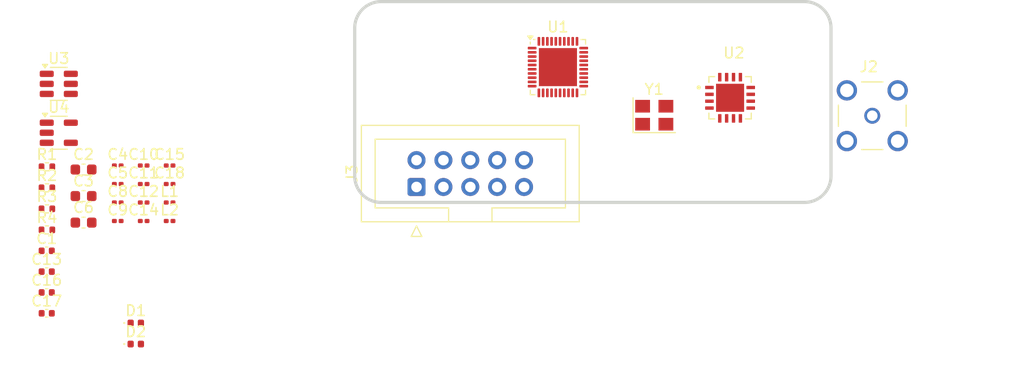
<source format=kicad_pcb>
(kicad_pcb (version 20240108) (generator "pcbnew") (generator_version "8.0")
  (layers (0 "F.Cu" signal) (31 "B.Cu" signal) (34 "B.Paste" user) (35 "F.Paste" user) (36 "B.SilkS" user "B.Silkscreen") (37 "F.SilkS" user "F.Silkscreen") (38 "B.Mask" user) (39 "F.Mask" user) (44 "Edge.Cuts" user))
  (net 0 "")
  (net 1 "+5V")
  (net 2 "GND")
  (net 3 "USBDEC")
  (net 4 "Net-(C8-Pad1)")
  (net 5 "DEC1")
  (net 6 "DEC3")
  (net 7 "Net-(C11-Pad1)")
  (net 8 "NRF_XC1")
  (net 9 "DEC4")
  (net 10 "NRF_XC2")
  (net 11 "+3.3V")
  (net 12 "NRF_ANT")
  (net 13 "Net-(U2-TRX)")
  (net 14 "Net-(D1-K)")
  (net 15 "NRF_LED0")
  (net 16 "NRF_LED1")
  (net 17 "Net-(D2-K)")
  (net 18 "NRF_SWCLK")
  (net 19 "P015")
  (net 20 "NRF_NRST")
  (net 21 "NRF_SWDIO")
  (net 22 "P014")
  (net 23 "Net-(U2-ANT1)")
  (net 24 "NRF_PA_MODE")
  (net 25 "Net-(U2-MODE)")
  (net 26 "Net-(U2-ANT2)")
  (net 28 "NRF_PA_PDN")
  (net 30 "NRF_SPI0_MISO")
  (net 31 "USB_D-")
  (net 34 "USB_D+")
  (net 35 "NRF_PA_TX_EN")
  (net 36 "NRF_SPI0_SCK")
  (net 38 "NRF_SPI0_CS")
  (net 39 "NRF_PA_RX_EN")
  (net 42 "NRF_SPI0_MOSI")
  (net 43 "USB_CONN_D-")
  (net 44 "USB_CONN_D+")
  (footprint "LED_SMD:LED_0402_1005Metric" (layer "F.Cu") (at 93.815 111.2)
    (property "Reference" "D2" (at 0 -1.17 0) (layer "F.SilkS"))
    (property "Value" "LED")
    (fp_circle (center -1.09 0) (end -1.04 0) (stroke (width 0.1)) (fill none) (layer "F.SilkS"))
    (pad "1" smd roundrect (at -0.485 0) (size 0.59 0.64) (layers "F.Cu" "F.Paste" "F.Mask") (net 17 "Net-(D2-K)"))
    (pad "2" smd roundrect (at 0.485 0) (size 0.59 0.64) (layers "F.Cu" "F.Paste" "F.Mask") (net 16 "NRF_LED1"))
  )
  (footprint "Capacitor_SMD:C_0201_0603Metric" (layer "F.Cu") (at 92.11 96.06)
    (property "Reference" "C5" (at 0 -1.05 0) (layer "F.SilkS"))
    (property "Value" "100nF")
    (pad "1" smd roundrect (at -0.32 0) (size 0.46 0.4) (layers "F.Cu" "F.Mask") (net 1 "+5V"))
    (pad "2" smd roundrect (at 0.32 0) (size 0.46 0.4) (layers "F.Cu" "F.Mask") (net 2 "GND"))
  )
  (footprint "Resistor_SMD:R_0402_1005Metric" (layer "F.Cu") (at 85.42 96.42)
    (property "Reference" "R2" (at 0 -1.17 0) (layer "F.SilkS"))
    (property "Value" "50R")
    (fp_line (start -0.153641 -0.38) (end 0.153641 -0.38) (stroke (width 0.12)) (layer "F.SilkS"))
    (fp_line (start -0.153641 0.38) (end 0.153641 0.38) (stroke (width 0.12)) (layer "F.SilkS"))
    (pad "1" smd roundrect (at -0.51 0) (size 0.54 0.64) (layers "F.Cu" "F.Paste" "F.Mask") (net 26 "Net-(U2-ANT2)"))
    (pad "2" smd roundrect (at 0.51 0) (size 0.54 0.64) (layers "F.Cu" "F.Paste" "F.Mask") (net 2 "GND"))
  )
  (footprint "Package_TO_SOT_SMD:SOT-23-5" (layer "F.Cu") (at 86.54 91.21)
    (property "Reference" "U4" (at 0 -2.4 0) (layer "F.SilkS"))
    (property "Value" "ME6211C33M5")
    (fp_line (start 0 -1.56) (end -0.8 -1.56) (stroke (width 0.12)) (layer "F.SilkS"))
    (fp_line (start 0 -1.56) (end 0.8 -1.56) (stroke (width 0.12)) (layer "F.SilkS"))
    (fp_line (start 0 1.56) (end -0.8 1.56) (stroke (width 0.12)) (layer "F.SilkS"))
    (fp_line (start 0 1.56) (end 0.8 1.56) (stroke (width 0.12)) (layer "F.SilkS"))
    (fp_poly (pts (xy -1.3 -1.51) (xy -1.54 -1.84) (xy -1.06 -1.84) (xy -1.3 -1.51)) (stroke (width 0.12)) (fill solid) (layer "F.SilkS"))
    (pad "1" smd roundrect (at -1.1375 -0.95) (size 1.325 0.6) (layers "F.Cu" "F.Paste" "F.Mask") (net 1 "+5V"))
    (pad "2" smd roundrect (at -1.1375 0) (size 1.325 0.6) (layers "F.Cu" "F.Paste" "F.Mask") (net 2 "GND"))
    (pad "3" smd roundrect (at -1.1375 0.95) (size 1.325 0.6) (layers "F.Cu" "F.Paste" "F.Mask") (net 1 "+5V"))
    (pad "4" smd roundrect (at 1.1375 0.95) (size 1.325 0.6) (layers "F.Cu" "F.Paste" "F.Mask"))
    (pad "5" smd roundrect (at 1.1375 -0.95) (size 1.325 0.6) (layers "F.Cu" "F.Paste" "F.Mask") (net 11 "+3.3V"))
  )
  (footprint "Capacitor_SMD:C_0201_0603Metric" (layer "F.Cu") (at 97.01 94.31)
    (property "Reference" "C15" (at 0 -1.05 0) (layer "F.SilkS"))
    (property "Value" "12pF")
    (pad "1" smd roundrect (at -0.32 0) (size 0.46 0.4) (layers "F.Cu" "F.Mask") (net 2 "GND"))
    (pad "2" smd roundrect (at 0.32 0) (size 0.46 0.4) (layers "F.Cu" "F.Mask") (net 10 "NRF_XC2"))
  )
  (footprint "Inductor_SMD:L_0201_0603Metric" (layer "F.Cu") (at 97.01 97.81)
    (property "Reference" "L1" (at 0 -1.05 0) (layer "F.SilkS"))
    (property "Value" "1.9nH")
    (pad "1" smd roundrect (at -0.32 0) (size 0.46 0.4) (layers "F.Cu" "F.Mask") (net 23 "Net-(U2-ANT1)"))
    (pad "2" smd roundrect (at 0.32 0) (size 0.46 0.4) (layers "F.Cu" "F.Mask") (net 4 "Net-(C8-Pad1)"))
  )
  (footprint "Capacitor_SMD:C_0201_0603Metric" (layer "F.Cu") (at 94.56 94.31)
    (property "Reference" "C10" (at 0 -1.05 0) (layer "F.SilkS"))
    (property "Value" "100pF")
    (pad "1" smd roundrect (at -0.32 0) (size 0.46 0.4) (layers "F.Cu" "F.Mask") (net 6 "DEC3"))
    (pad "2" smd roundrect (at 0.32 0) (size 0.46 0.4) (layers "F.Cu" "F.Mask") (net 2 "GND"))
  )
  (footprint "Resistor_SMD:R_0402_1005Metric" (layer "F.Cu") (at 85.42 100.4)
    (property "Reference" "R4" (at 0 -1.17 0) (layer "F.SilkS"))
    (property "Value" "1.5k")
    (fp_line (start -0.153641 -0.38) (end 0.153641 -0.38) (stroke (width 0.12)) (layer "F.SilkS"))
    (fp_line (start -0.153641 0.38) (end 0.153641 0.38) (stroke (width 0.12)) (layer "F.SilkS"))
    (pad "1" smd roundrect (at -0.51 0) (size 0.54 0.64) (layers "F.Cu" "F.Paste" "F.Mask") (net 2 "GND"))
    (pad "2" smd roundrect (at 0.51 0) (size 0.54 0.64) (layers "F.Cu" "F.Paste" "F.Mask") (net 17 "Net-(D2-K)"))
  )
  (footprint "Capacitor_SMD:C_0201_0603Metric" (layer "F.Cu") (at 94.56 99.56)
    (property "Reference" "C14" (at 0 -1.05 0) (layer "F.SilkS"))
    (property "Value" "0")
    (pad "1" smd roundrect (at -0.32 0) (size 0.46 0.4) (layers "F.Cu" "F.Mask") (net 9 "DEC4"))
    (pad "2" smd roundrect (at 0.32 0) (size 0.46 0.4) (layers "F.Cu" "F.Mask") (net 2 "GND"))
  )
  (footprint "Capacitor_SMD:C_0201_0603Metric" (layer "F.Cu") (at 92.11 99.56)
    (property "Reference" "C9" (at 0 -1.05 0) (layer "F.SilkS"))
    (property "Value" "100nF")
    (pad "1" smd roundrect (at -0.32 0) (size 0.46 0.4) (layers "F.Cu" "F.Mask") (net 5 "DEC1"))
    (pad "2" smd roundrect (at 0.32 0) (size 0.46 0.4) (layers "F.Cu" "F.Mask") (net 2 "GND"))
  )
  (footprint "Capacitor_SMD:C_0201_0603Metric" (layer "F.Cu") (at 94.56 97.81)
    (property "Reference" "C12" (at 0 -1.05 0) (layer "F.SilkS"))
    (property "Value" "12pF")
    (pad "1" smd roundrect (at -0.32 0) (size 0.46 0.4) (layers "F.Cu" "F.Mask") (net 2 "GND"))
    (pad "2" smd roundrect (at 0.32 0) (size 0.46 0.4) (layers "F.Cu" "F.Mask") (net 8 "NRF_XC1"))
  )
  (footprint "Capacitor_SMD:C_0603_1608Metric" (layer "F.Cu") (at 88.88 97.2)
    (property "Reference" "C3" (at 0 -1.43 0) (layer "F.SilkS"))
    (property "Value" "4.7uF")
    (fp_line (start -0.14058 -0.51) (end 0.14058 -0.51) (stroke (width 0.12)) (layer "F.SilkS"))
    (fp_line (start -0.14058 0.51) (end 0.14058 0.51) (stroke (width 0.12)) (layer "F.SilkS"))
    (pad "1" smd roundrect (at -0.775 0) (size 0.9 0.95) (layers "F.Cu" "F.Paste" "F.Mask") (net 1 "+5V"))
    (pad "2" smd roundrect (at 0.775 0) (size 0.9 0.95) (layers "F.Cu" "F.Paste" "F.Mask") (net 2 "GND"))
  )
  (footprint "Capacitor_SMD:C_0402_1005Metric" (layer "F.Cu") (at 85.4 104.35)
    (property "Reference" "C13" (at 0 -1.16 0) (layer "F.SilkS"))
    (property "Value" "1uF")
    (fp_line (start -0.107836 -0.36) (end 0.107836 -0.36) (stroke (width 0.12)) (layer "F.SilkS"))
    (fp_line (start -0.107836 0.36) (end 0.107836 0.36) (stroke (width 0.12)) (layer "F.SilkS"))
    (pad "1" smd roundrect (at -0.48 0) (size 0.56 0.62) (layers "F.Cu" "F.Paste" "F.Mask") (net 9 "DEC4"))
    (pad "2" smd roundrect (at 0.48 0) (size 0.56 0.62) (layers "F.Cu" "F.Paste" "F.Mask") (net 2 "GND"))
  )
  (footprint "Resistor_SMD:R_0402_1005Metric" (layer "F.Cu") (at 85.42 94.43)
    (property "Reference" "R1" (at 0 -1.17 0) (layer "F.SilkS"))
    (property "Value" "10k")
    (fp_line (start -0.153641 -0.38) (end 0.153641 -0.38) (stroke (width 0.12)) (layer "F.SilkS"))
    (fp_line (start -0.153641 0.38) (end 0.153641 0.38) (stroke (width 0.12)) (layer "F.SilkS"))
    (pad "1" smd roundrect (at -0.51 0) (size 0.54 0.64) (layers "F.Cu" "F.Paste" "F.Mask") (net 24 "NRF_PA_MODE"))
    (pad "2" smd roundrect (at 0.51 0) (size 0.54 0.64) (layers "F.Cu" "F.Paste" "F.Mask") (net 25 "Net-(U2-MODE)"))
  )
  (footprint "Connector_IDC:IDC-Header_2x05_P2.54mm_Vertical" (layer "F.Cu") (at 120.34 96.34 90)
    (property "Reference" "J3" (at 1.27 -6.1 90) (layer "F.SilkS"))
    (property "Value" "Conn_02x05_Odd_Even")
    (fp_line (start 5.83 -5.21) (end 5.83 15.37) (stroke (width 0.12)) (layer "F.SilkS"))
    (fp_line (start -3.29 -5.21) (end 5.83 -5.21) (stroke (width 0.12)) (layer "F.SilkS"))
    (fp_line (start 4.52 -3.91) (end 4.52 14.07) (stroke (width 0.12)) (layer "F.SilkS"))
    (fp_line (start -1.98 -3.91) (end 4.52 -3.91) (stroke (width 0.12)) (layer "F.SilkS"))
    (fp_line (start -4.68 -0.5) (end -4.68 0.5) (stroke (width 0.12)) (layer "F.SilkS"))
    (fp_line (start -3.68 0) (end -4.68 -0.5) (stroke (width 0.12)) (layer "F.SilkS"))
    (fp_line (start -4.68 0.5) (end -3.68 0) (stroke (width 0.12)) (layer "F.SilkS"))
    (fp_line (start -1.98 3.03) (end -1.98 -3.91) (stroke (width 0.12)) (layer "F.SilkS"))
    (fp_line (start -3.29 3.03) (end -1.98 3.03) (stroke (width 0.12)) (layer "F.SilkS"))
    (fp_line (start -1.98 7.13) (end -1.98 7.13) (stroke (width 0.12)) (layer "F.SilkS"))
    (fp_line (start -1.98 7.13) (end -3.29 7.13) (stroke (width 0.12)) (layer "F.SilkS"))
    (fp_line (start 4.52 14.07) (end -1.98 14.07) (stroke (width 0.12)) (layer "F.SilkS"))
    (fp_line (start -1.98 14.07) (end -1.98 7.13) (stroke (width 0.12)) (layer "F.SilkS"))
    (fp_line (start 5.83 15.37) (end -3.29 15.37) (stroke (width 0.12)) (layer "F.SilkS"))
    (fp_line (start -3.29 15.37) (end -3.29 -5.21) (stroke (width 0.12)) (layer "F.SilkS"))
    (pad "1" thru_hole roundrect (at 0 0 90) (size 1.7 1.7) (drill 1) (layers "*.Cu" "*.Mask") (roundrect_rratio 0.147059) (net 11 "+3.3V"))
    (pad "2" thru_hole circle (at 2.54 0 90) (size 1.7 1.7) (drill 1) (layers "*.Cu" "*.Mask") (net 22 "P014"))
    (pad "3" thru_hole circle (at 0 2.54 90) (size 1.7 1.7) (drill 1) (layers "*.Cu" "*.Mask") (net 2 "GND"))
    (pad "4" thru_hole circle (at 2.54 2.54 90) (size 1.7 1.7) (drill 1) (layers "*.Cu" "*.Mask") (net 18 "NRF_SWCLK"))
    (pad "5" thru_hole circle (at 0 5.08 90) (size 1.7 1.7) (drill 1) (layers "*.Cu" "*.Mask") (net 2 "GND"))
    (pad "6" thru_hole circle (at 2.54 5.08 90) (size 1.7 1.7) (drill 1) (layers "*.Cu" "*.Mask") (net 19 "P015"))
    (pad "7" thru_hole circle (at 0 7.62 90) (size 1.7 1.7) (drill 1) (layers "*.Cu" "*.Mask") (net 2 "GND"))
    (pad "8" thru_hole circle (at 2.54 7.62 90) (size 1.7 1.7) (drill 1) (layers "*.Cu" "*.Mask") (net 21 "NRF_SWDIO"))
    (pad "9" thru_hole circle (at 0 10.16 90) (size 1.7 1.7) (drill 1) (layers "*.Cu" "*.Mask") (net 2 "GND"))
    (pad "10" thru_hole circle (at 2.54 10.16 90) (size 1.7 1.7) (drill 1) (layers "*.Cu" "*.Mask") (net 20 "NRF_NRST"))
  )
  (footprint "Capacitor_SMD:C_0603_1608Metric" (layer "F.Cu") (at 88.88 94.69)
    (property "Reference" "C2" (at 0 -1.43 0) (layer "F.SilkS"))
    (property "Value" "4.7uF")
    (fp_line (start -0.14058 -0.51) (end 0.14058 -0.51) (stroke (width 0.12)) (layer "F.SilkS"))
    (fp_line (start -0.14058 0.51) (end 0.14058 0.51) (stroke (width 0.12)) (layer "F.SilkS"))
    (pad "1" smd roundrect (at -0.775 0) (size 0.9 0.95) (layers "F.Cu" "F.Paste" "F.Mask") (net 2 "GND"))
    (pad "2" smd roundrect (at 0.775 0) (size 0.9 0.95) (layers "F.Cu" "F.Paste" "F.Mask") (net 1 "+5V"))
  )
  (footprint "LPRS_SMA_CONNECTOR:LPRS_SMA_CONNECTOR" (layer "F.Cu") (at 163.4 89.6)
    (property "Reference" "J2" (at -0.325 -4.635 0) (layer "F.SilkS"))
    (property "Value" "SMA_CONNECTOR")
    (fp_line (start -3.2 1) (end -3.2 -1) (stroke (width 0.127)) (layer "F.SilkS"))
    (fp_line (start -1 -3.2) (end 1 -3.2) (stroke (width 0.127)) (layer "F.SilkS"))
    (fp_line (start 1 3.2) (end -1 3.2) (stroke (width 0.127)) (layer "F.SilkS"))
    (fp_line (start 3.2 -1) (end 3.2 1) (stroke (width 0.127)) (layer "F.SilkS"))
    (pad "1" thru_hole circle (at 0 0) (size 1.508 1.508) (drill 1) (layers "*.Cu" "*.Mask") (net 7 "Net-(C11-Pad1)"))
    (pad "G1" thru_hole circle (at -2.4 -2.4) (size 1.92 1.92) (drill 1.28) (layers "*.Cu" "*.Mask") (net 2 "GND"))
    (pad "G2" thru_hole circle (at -2.4 2.4) (size 1.92 1.92) (drill 1.28) (layers "*.Cu" "*.Mask") (net 2 "GND"))
    (pad "G3" thru_hole circle (at 2.4 2.4) (size 1.92 1.92) (drill 1.28) (layers "*.Cu" "*.Mask") (net 2 "GND"))
    (pad "G4" thru_hole circle (at 2.4 -2.4) (size 1.92 1.92) (drill 1.28) (layers "*.Cu" "*.Mask") (net 2 "GND"))
  )
  (footprint "Capacitor_SMD:C_0201_0603Metric" (layer "F.Cu") (at 92.11 97.81)
    (property "Reference" "C8" (at 0 -1.05 0) (layer "F.SilkS"))
    (property "Value" "2pF")
    (pad "1" smd roundrect (at -0.32 0) (size 0.46 0.4) (layers "F.Cu" "F.Mask") (net 4 "Net-(C8-Pad1)"))
    (pad "2" smd roundrect (at 0.32 0) (size 0.46 0.4) (layers "F.Cu" "F.Mask") (net 2 "GND"))
  )
  (footprint "Capacitor_SMD:C_0201_0603Metric" (layer "F.Cu") (at 97.01 96.06)
    (property "Reference" "C18" (at 0 -1.05 0) (layer "F.SilkS"))
    (property "Value" "1pF")
    (pad "1" smd roundrect (at -0.32 0) (size 0.46 0.4) (layers "F.Cu" "F.Mask") (net 12 "NRF_ANT"))
    (pad "2" smd roundrect (at 0.32 0) (size 0.46 0.4) (layers "F.Cu" "F.Mask") (net 13 "Net-(U2-TRX)"))
  )
  (footprint "Inductor_SMD:L_0201_0603Metric" (layer "F.Cu") (at 97.01 99.56)
    (property "Reference" "L2" (at 0 -1.05 0) (layer "F.SilkS"))
    (property "Value" "3.0nH")
    (pad "1" smd roundrect (at -0.32 0) (size 0.46 0.4) (layers "F.Cu" "F.Mask") (net 4 "Net-(C8-Pad1)"))
    (pad "2" smd roundrect (at 0.32 0) (size 0.46 0.4) (layers "F.Cu" "F.Mask") (net 7 "Net-(C11-Pad1)"))
  )
  (footprint "Capacitor_SMD:C_0402_1005Metric" (layer "F.Cu") (at 85.4 102.38)
    (property "Reference" "C1" (at 0 -1.16 0) (layer "F.SilkS"))
    (property "Value" "1uF")
    (fp_line (start -0.107836 -0.36) (end 0.107836 -0.36) (stroke (width 0.12)) (layer "F.SilkS"))
    (fp_line (start -0.107836 0.36) (end 0.107836 0.36) (stroke (width 0.12)) (layer "F.SilkS"))
    (pad "1" smd roundrect (at -0.48 0) (size 0.56 0.62) (layers "F.Cu" "F.Paste" "F.Mask") (net 2 "GND"))
    (pad "2" smd roundrect (at 0.48 0) (size 0.56 0.62) (layers "F.Cu" "F.Paste" "F.Mask") (net 1 "+5V"))
  )
  (footprint "Capacitor_SMD:C_0402_1005Metric" (layer "F.Cu") (at 85.4 106.32)
    (property "Reference" "C16" (at 0 -1.16 0) (layer "F.SilkS"))
    (property "Value" "1uF")
    (fp_line (start -0.107836 -0.36) (end 0.107836 -0.36) (stroke (width 0.12)) (layer "F.SilkS"))
    (fp_line (start -0.107836 0.36) (end 0.107836 0.36) (stroke (width 0.12)) (layer "F.SilkS"))
    (pad "1" smd roundrect (at -0.48 0) (size 0.56 0.62) (layers "F.Cu" "F.Paste" "F.Mask") (net 2 "GND"))
    (pad "2" smd roundrect (at 0.48 0) (size 0.56 0.62) (layers "F.Cu" "F.Paste" "F.Mask") (net 1 "+5V"))
  )
  (footprint "Capacitor_SMD:C_0201_0603Metric" (layer "F.Cu") (at 94.56 96.06)
    (property "Reference" "C11" (at 0 -1.05 0) (layer "F.SilkS"))
    (property "Value" "1pF")
    (pad "1" smd roundrect (at -0.32 0) (size 0.46 0.4) (layers "F.Cu" "F.Mask") (net 7 "Net-(C11-Pad1)"))
    (pad "2" smd roundrect (at 0.32 0) (size 0.46 0.4) (layers "F.Cu" "F.Mask") (net 2 "GND"))
  )
  (footprint "Package_DFN_QFN:QFN-40-1EP_5x5mm_P0.4mm_EP3.6x3.6mm" (layer "F.Cu") (at 133.7 85)
    (property "Reference" "U1" (at 0 -3.8 0) (layer "F.SilkS"))
    (property "Value" "nRF52820-QDxx")
    (fp_line (start -2.61 -2.185) (end -2.61 -2.37) (stroke (width 0.12)) (layer "F.SilkS"))
    (fp_line (start -2.61 2.61) (end -2.61 2.185) (stroke (width 0.12)) (layer "F.SilkS"))
    (fp_line (start -2.185 -2.61) (end -2.31 -2.61) (stroke (width 0.12)) (layer "F.SilkS"))
    (fp_line (start -2.185 2.61) (end -2.61 2.61) (stroke (width 0.12)) (layer "F.SilkS"))
    (fp_line (start 2.185 -2.61) (end 2.61 -2.61) (stroke (width 0.12)) (layer "F.SilkS"))
    (fp_line (start 2.185 2.61) (end 2.61 2.61) (stroke (width 0.12)) (layer "F.SilkS"))
    (fp_line (start 2.61 -2.61) (end 2.61 -2.185) (stroke (width 0.12)) (layer "F.SilkS"))
    (fp_line (start 2.61 2.61) (end 2.61 2.185) (stroke (width 0.12)) (layer "F.SilkS"))
    (fp_poly (pts (xy -2.61 -2.61) (xy -2.85 -2.94) (xy -2.37 -2.94) (xy -2.61 -2.61)) (stroke (width 0.12)) (fill solid) (layer "F.SilkS"))
    (pad "1" smd roundrect (at -2.4375 -1.8) (size 0.825 0.25) (layers "F.Cu" "F.Paste" "F.Mask") (net 5 "DEC1"))
    (pad "2" smd roundrect (at -2.4375 -1.4) (size 0.825 0.25) (layers "F.Cu" "F.Paste" "F.Mask") (net 36 "NRF_SPI0_SCK"))
    (pad "3" smd roundrect (at -2.4375 -1) (size 0.825 0.25) (layers "F.Cu" "F.Paste" "F.Mask") (net 30 "NRF_SPI0_MISO"))
    (pad "4" smd roundrect (at -2.4375 -0.6) (size 0.825 0.25) (layers "F.Cu" "F.Paste" "F.Mask") (net 42 "NRF_SPI0_MOSI"))
    (pad "5" smd roundrect (at -2.4375 -0.2) (size 0.825 0.25) (layers "F.Cu" "F.Paste" "F.Mask"))
    (pad "6" smd roundrect (at -2.4375 0.2) (size 0.825 0.25) (layers "F.Cu" "F.Paste" "F.Mask"))
    (pad "7" smd roundrect (at -2.4375 0.6) (size 0.825 0.25) (layers "F.Cu" "F.Paste" "F.Mask"))
    (pad "8" smd roundrect (at -2.4375 1) (size 0.825 0.25) (layers "F.Cu" "F.Paste" "F.Mask") (net 11 "+3.3V"))
    (pad "9" smd roundrect (at -2.4375 1.4) (size 0.825 0.25) (layers "F.Cu" "F.Paste" "F.Mask") (net 11 "+3.3V"))
    (pad "10" smd roundrect (at -2.4375 1.8) (size 0.825 0.25) (layers "F.Cu" "F.Paste" "F.Mask") (net 1 "+5V"))
    (pad "11" smd roundrect (at -1.8 2.4375) (size 0.25 0.825) (layers "F.Cu" "F.Paste" "F.Mask") (net 3 "USBDEC"))
    (pad "12" smd roundrect (at -1.4 2.4375) (size 0.25 0.825) (layers "F.Cu" "F.Paste" "F.Mask") (net 31 "USB_D-"))
    (pad "13" smd roundrect (at -1 2.4375) (size 0.25 0.825) (layers "F.Cu" "F.Paste" "F.Mask") (net 34 "USB_D+"))
    (pad "14" smd roundrect (at -0.6 2.4375) (size 0.25 0.825) (layers "F.Cu" "F.Paste" "F.Mask") (net 22 "P014"))
    (pad "15" smd roundrect (at -0.2 2.4375) (size 0.25 0.825) (layers "F.Cu" "F.Paste" "F.Mask") (net 19 "P015"))
    (pad "16" smd roundrect (at 0.2 2.4375) (size 0.25 0.825) (layers "F.Cu" "F.Paste" "F.Mask") (net 20 "NRF_NRST"))
    (pad "17" smd roundrect (at 0.6 2.4375) (size 0.25 0.825) (layers "F.Cu" "F.Paste" "F.Mask"))
    (pad "18" smd roundrect (at 1 2.4375) (size 0.25 0.825) (layers "F.Cu" "F.Paste" "F.Mask") (net 11 "+3.3V"))
    (pad "19" smd roundrect (at 1.4 2.4375) (size 0.25 0.825) (layers "F.Cu" "F.Paste" "F.Mask") (net 21 "NRF_SWDIO"))
    (pad "20" smd roundrect (at 1.8 2.4375) (size 0.25 0.825) (layers "F.Cu" "F.Paste" "F.Mask") (net 18 "NRF_SWCLK"))
    (pad "21" smd roundrect (at 2.4375 1.8) (size 0.825 0.25) (layers "F.Cu" "F.Paste" "F.Mask"))
    (pad "22" smd roundrect (at 2.4375 1.4) (size 0.825 0.25) (layers "F.Cu" "F.Paste" "F.Mask") (net 39 "NRF_PA_RX_EN"))
    (pad "23" smd roundrect (at 2.4375 1) (size 0.825 0.25) (layers "F.Cu" "F.Paste" "F.Mask") (net 35 "NRF_PA_TX_EN"))
    (pad "24" smd roundrect (at 2.4375 0.6) (size 0.825 0.25) (layers "F.Cu" "F.Paste" "F.Mask") (net 12 "NRF_ANT"))
    (pad "25" smd roundrect (at 2.4375 0.2) (size 0.825 0.25) (layers "F.Cu" "F.Paste" "F.Mask") (net 2 "GND"))
    (pad "26" smd roundrect (at 2.4375 -0.2) (size 0.825 0.25) (layers "F.Cu" "F.Paste" "F.Mask") (net 9 "DEC4"))
    (pad "27" smd roundrect (at 2.4375 -0.6) (size 0.825 0.25) (layers "F.Cu" "F.Paste" "F.Mask") (net 6 "DEC3"))
    (pad "28" smd roundrect (at 2.4375 -1) (size 0.825 0.25) (layers "F.Cu" "F.Paste" "F.Mask") (net 8 "NRF_XC1"))
    (pad "29" smd roundrect (at 2.4375 -1.4) (size 0.825 0.25) (layers "F.Cu" "F.Paste" "F.Mask") (net 10 "NRF_XC2"))
    (pad "30" smd roundrect (at 2.4375 -1.8) (size 0.825 0.25) (layers "F.Cu" "F.Paste" "F.Mask") (net 11 "+3.3V"))
    (pad "31" smd roundrect (at 1.8 -2.4375) (size 0.25 0.825) (layers "F.Cu" "F.Paste" "F.Mask") (net 28 "NRF_PA_PDN"))
    (pad "32" smd roundrect (at 1.4 -2.4375) (size 0.25 0.825) (layers "F.Cu" "F.Paste" "F.Mask") (net 24 "NRF_PA_MODE"))
    (pad "33" smd roundrect (at 1 -2.4375) (size 0.25 0.825) (layers "F.Cu" "F.Paste" "F.Mask") (net 16 "NRF_LED1"))
    (pad "34" smd roundrect (at 0.6 -2.4375) (size 0.25 0.825) (layers "F.Cu" "F.Paste" "F.Mask") (net 15 "NRF_LED0"))
    (pad "35" smd roundrect (at 0.2 -2.4375) (size 0.25 0.825) (layers "F.Cu" "F.Paste" "F.Mask"))
    (pad "36" smd roundrect (at -0.2 -2.4375) (size 0.25 0.825) (layers "F.Cu" "F.Paste" "F.Mask") (net 38 "NRF_SPI0_CS"))
    (pad "37" smd roundrect (at -0.6 -2.4375) (size 0.25 0.825) (layers "F.Cu" "F.Paste" "F.Mask") (net 2 "GND"))
    (pad "38" smd roundrect (at -1 -2.4375) (size 0.25 0.825) (layers "F.Cu" "F.Paste" "F.Mask") (net 9 "DEC4"))
    (pad "39" smd roundrect (at -1.4 -2.4375) (size 0.25 0.825) (layers "F.Cu" "F.Paste" "F.Mask"))
    (pad "40" smd roundrect (at -1.8 -2.4375) (size 0.25 0.825) (layers "F.Cu" "F.Paste" "F.Mask") (net 11 "+3.3V"))
    (pad "41" smd rect (at 0 0) (size 3.6 3.6) (property pad_prop_heatsink) (layers "F.Cu" "F.Mask") (net 2 "GND"))
  )
  (footprint "nRF21540:QFN65P400X400X95-17N" (layer "F.Cu") (at 149.965 87.9)
    (property "Reference" "U2" (at 0.365 -4.24 0) (layer "F.SilkS"))
    (property "Value" "NRF21540-QDAA-R7")
    (fp_line (start -2 -2) (end -2 -1.455) (stroke (width 0.127)) (layer "F.SilkS"))
    (fp_line (start -2 -2) (end -1.455 -2) (stroke (width 0.127)) (layer "F.SilkS"))
    (fp_line (start -2 2) (end -2 1.455) (stroke (width 0.127)) (layer "F.SilkS"))
    (fp_line (start -2 2) (end -1.455 2) (stroke (width 0.127)) (layer "F.SilkS"))
    (fp_line (start 2 -2) (end 1.455 -2) (stroke (width 0.127)) (layer "F.SilkS"))
    (fp_line (start 2 -2) (end 2 -1.455) (stroke (width 0.127)) (layer "F.SilkS"))
    (fp_line (start 2 2) (end 1.455 2) (stroke (width 0.127)) (layer "F.SilkS"))
    (fp_line (start 2 2) (end 2 1.455) (stroke (width 0.127)) (layer "F.SilkS"))
    (fp_circle (center -2.96 -0.975) (end -2.86 -0.975) (stroke (width 0.2)) (fill none) (layer "F.SilkS"))
    (pad "1" smd roundrect (at -1.95 -0.975) (size 0.81 0.32) (layers "F.Cu" "F.Paste" "F.Mask") (roundrect_rratio 0.125) (net 2 "GND"))
    (pad "2" smd roundrect (at -1.95 -0.325) (size 0.81 0.32) (layers "F.Cu" "F.Paste" "F.Mask") (roundrect_rratio 0.125) (net 23 "Net-(U2-ANT1)"))
    (pad "3" smd roundrect (at -1.95 0.325) (size 0.81 0.32) (layers "F.Cu" "F.Paste" "F.Mask") (roundrect_rratio 0.125) (net 26 "Net-(U2-ANT2)"))
    (pad "4" smd roundrect (at -1.95 0.975) (size 0.81 0.32) (layers "F.Cu" "F.Paste" "F.Mask") (roundrect_rratio 0.125) (net 25 "Net-(U2-MODE)"))
    (pad "5" smd roundrect (at -0.975 1.95) (size 0.32 0.81) (layers "F.Cu" "F.Paste" "F.Mask") (roundrect_rratio 0.125) (net 11 "+3.3V"))
    (pad "6" smd roundrect (at -0.325 1.95) (size 0.32 0.81) (layers "F.Cu" "F.Paste" "F.Mask") (roundrect_rratio 0.125) (net 11 "+3.3V"))
    (pad "7" smd roundrect (at 0.325 1.95) (size 0.32 0.81) (layers "F.Cu" "F.Paste" "F.Mask") (roundrect_rratio 0.125) (net 39 "NRF_PA_RX_EN"))
    (pad "8" smd roundrect (at 0.975 1.95) (size 0.32 0.81) (layers "F.Cu" "F.Paste" "F.Mask") (roundrect_rratio 0.125) (net 2 "GND"))
    (pad "9" smd roundrect (at 1.95 0.975) (size 0.81 0.32) (layers "F.Cu" "F.Paste" "F.Mask") (roundrect_rratio 0.125) (net 35 "NRF_PA_TX_EN"))
    (pad "10" smd roundrect (at 1.95 0.325) (size 0.81 0.32) (layers "F.Cu" "F.Paste" "F.Mask") (roundrect_rratio 0.125) (net 13 "Net-(U2-TRX)"))
    (pad "11" smd roundrect (at 1.95 -0.325) (size 0.81 0.32) (layers "F.Cu" "F.Paste" "F.Mask") (roundrect_rratio 0.125) (net 28 "NRF_PA_PDN"))
    (pad "12" smd roundrect (at 1.95 -0.975) (size 0.81 0.32) (layers "F.Cu" "F.Paste" "F.Mask") (roundrect_rratio 0.125) (net 36 "NRF_SPI0_SCK"))
    (pad "13" smd roundrect (at 0.975 -1.95) (size 0.32 0.81) (layers "F.Cu" "F.Paste" "F.Mask") (roundrect_rratio 0.125) (net 42 "NRF_SPI0_MOSI"))
    (pad "14" smd roundrect (at 0.325 -1.95) (size 0.32 0.81) (layers "F.Cu" "F.Paste" "F.Mask") (roundrect_rratio 0.125) (net 30 "NRF_SPI0_MISO"))
    (pad "15" smd roundrect (at -0.325 -1.95) (size 0.32 0.81) (layers "F.Cu" "F.Paste" "F.Mask") (roundrect_rratio 0.125) (net 38 "NRF_SPI0_CS"))
    (pad "16" smd roundrect (at -0.975 -1.95) (size 0.32 0.81) (layers "F.Cu" "F.Paste" "F.Mask") (roundrect_rratio 0.125) (net 2 "GND"))
    (pad "17" smd rect (at 0 0) (size 2.65 2.65) (layers "F.Cu" "F.Mask") (net 2 "GND"))
  )
  (footprint "Capacitor_SMD:C_0402_1005Metric" (layer "F.Cu") (at 85.4 108.29)
    (property "Reference" "C17" (at 0 -1.16 0) (layer "F.SilkS"))
    (property "Value" "1uF")
    (fp_line (start -0.107836 -0.36) (end 0.107836 -0.36) (stroke (width 0.12)) (layer "F.SilkS"))
    (fp_line (start -0.107836 0.36) (end 0.107836 0.36) (stroke (width 0.12)) (layer "F.SilkS"))
    (pad "1" smd roundrect (at -0.48 0) (size 0.56 0.62) (layers "F.Cu" "F.Paste" "F.Mask") (net 11 "+3.3V"))
    (pad "2" smd roundrect (at 0.48 0) (size 0.56 0.62) (layers "F.Cu" "F.Paste" "F.Mask") (net 2 "GND"))
  )
  (footprint "Package_TO_SOT_SMD:SOT-23-6" (layer "F.Cu") (at 86.54 86.585)
    (property "Reference" "U3" (at 0 -2.4 0) (layer "F.SilkS"))
    (property "Value" "USBLC6-2SC6")
    (fp_line (start 0 -1.56) (end -0.8 -1.56) (stroke (width 0.12)) (layer "F.SilkS"))
    (fp_line (start 0 -1.56) (end 0.8 -1.56) (stroke (width 0.12)) (layer "F.SilkS"))
    (fp_line (start 0 1.56) (end -0.8 1.56) (stroke (width 0.12)) (layer "F.SilkS"))
    (fp_line (start 0 1.56) (end 0.8 1.56) (stroke (width 0.12)) (layer "F.SilkS"))
    (fp_poly (pts (xy -1.3 -1.51) (xy -1.54 -1.84) (xy -1.06 -1.84) (xy -1.3 -1.51)) (stroke (width 0.12)) (fill solid) (layer "F.SilkS"))
    (pad "1" smd roundrect (at -1.1375 -0.95) (size 1.325 0.6) (layers "F.Cu" "F.Paste" "F.Mask") (net 34 "USB_D+"))
    (pad "2" smd roundrect (at -1.1375 0) (size 1.325 0.6) (layers "F.Cu" "F.Paste" "F.Mask") (net 2 "GND"))
    (pad "3" smd roundrect (at -1.1375 0.95) (size 1.325 0.6) (layers "F.Cu" "F.Paste" "F.Mask") (net 31 "USB_D-"))
    (pad "4" smd roundrect (at 1.1375 0.95) (size 1.325 0.6) (layers "F.Cu" "F.Paste" "F.Mask") (net 43 "USB_CONN_D-"))
    (pad "5" smd roundrect (at 1.1375 0) (size 1.325 0.6) (layers "F.Cu" "F.Paste" "F.Mask") (net 1 "+5V"))
    (pad "6" smd roundrect (at 1.1375 -0.95) (size 1.325 0.6) (layers "F.Cu" "F.Paste" "F.Mask") (net 44 "USB_CONN_D+"))
  )
  (footprint "Capacitor_SMD:C_0603_1608Metric" (layer "F.Cu") (at 88.88 99.71)
    (property "Reference" "C6" (at 0 -1.43 0) (layer "F.SilkS"))
    (property "Value" "4.7uF")
    (fp_line (start -0.14058 -0.51) (end 0.14058 -0.51) (stroke (width 0.12)) (layer "F.SilkS"))
    (fp_line (start -0.14058 0.51) (end 0.14058 0.51) (stroke (width 0.12)) (layer "F.SilkS"))
    (pad "1" smd roundrect (at -0.775 0) (size 0.9 0.95) (layers "F.Cu" "F.Paste" "F.Mask") (net 3 "USBDEC"))
    (pad "2" smd roundrect (at 0.775 0) (size 0.9 0.95) (layers "F.Cu" "F.Paste" "F.Mask") (net 2 "GND"))
  )
  (footprint "Resistor_SMD:R_0402_1005Metric" (layer "F.Cu") (at 85.42 98.41)
    (property "Reference" "R3" (at 0 -1.17 0) (layer "F.SilkS"))
    (property "Value" "1.5k")
    (fp_line (start -0.153641 -0.38) (end 0.153641 -0.38) (stroke (width 0.12)) (layer "F.SilkS"))
    (fp_line (start -0.153641 0.38) (end 0.153641 0.38) (stroke (width 0.12)) (layer "F.SilkS"))
    (pad "1" smd roundrect (at -0.51 0) (size 0.54 0.64) (layers "F.Cu" "F.Paste" "F.Mask") (net 2 "GND"))
    (pad "2" smd roundrect (at 0.51 0) (size 0.54 0.64) (layers "F.Cu" "F.Paste" "F.Mask") (net 14 "Net-(D1-K)"))
  )
  (footprint "LED_SMD:LED_0402_1005Metric" (layer "F.Cu") (at 93.815 109.21)
    (property "Reference" "D1" (at 0 -1.17 0) (layer "F.SilkS"))
    (property "Value" "LED")
    (fp_circle (center -1.09 0) (end -1.04 0) (stroke (width 0.1)) (fill none) (layer "F.SilkS"))
    (pad "1" smd roundrect (at -0.485 0) (size 0.59 0.64) (layers "F.Cu" "F.Paste" "F.Mask") (net 14 "Net-(D1-K)"))
    (pad "2" smd roundrect (at 0.485 0) (size 0.59 0.64) (layers "F.Cu" "F.Paste" "F.Mask") (net 15 "NRF_LED0"))
  )
  (footprint "Crystal:Crystal_SMD_3225-4Pin_3.2x2.5mm" (layer "F.Cu") (at 142.8 89.55)
    (property "Reference" "Y1" (at 0 -2.45 0) (layer "F.SilkS"))
    (property "Value" "32MHz")
    (fp_line (start -2 -1.65) (end -2 1.65) (stroke (width 0.12)) (layer "F.SilkS"))
    (fp_line (start -2 1.65) (end 2 1.65) (stroke (width 0.12)) (layer "F.SilkS"))
    (pad "1" smd rect (at -1.1 0.85) (size 1.4 1.2) (layers "F.Cu" "F.Paste" "F.Mask") (net 8 "NRF_XC1"))
    (pad "2" smd rect (at 1.1 0.85) (size 1.4 1.2) (layers "F.Cu" "F.Paste" "F.Mask") (net 2 "GND"))
    (pad "3" smd rect (at 1.1 -0.85) (size 1.4 1.2) (layers "F.Cu" "F.Paste" "F.Mask") (net 10 "NRF_XC2"))
    (pad "4" smd rect (at -1.1 -0.85) (size 1.4 1.2) (layers "F.Cu" "F.Paste" "F.Mask") (net 2 "GND"))
  )
  (footprint "Capacitor_SMD:C_0201_0603Metric" (layer "F.Cu") (at 92.11 94.31)
    (property "Reference" "C4" (at 0 -1.05 0) (layer "F.SilkS"))
    (property "Value" "100nF")
    (pad "1" smd roundrect (at -0.32 0) (size 0.46 0.4) (layers "F.Cu" "F.Mask") (net 1 "+5V"))
    (pad "2" smd roundrect (at 0.32 0) (size 0.46 0.4) (layers "F.Cu" "F.Mask") (net 2 "GND"))
  )
  (gr_poly (pts (arc (start 157 97.8) (mid 158.767766 97.067765) (end 159.5 95.3)) (arc (start 159.5 81.3) (mid 158.767737 79.532249) (end 157 78.8)) (arc (start 117 78.8) (mid 115.232232 79.532231) (end 114.5 81.3)) (arc (start 114.5 95.3) (mid 115.232203 97.067783) (end 117 97.8))) (stroke (width 0.3)) (fill none) (layer "Edge.Cuts"))
)
</source>
